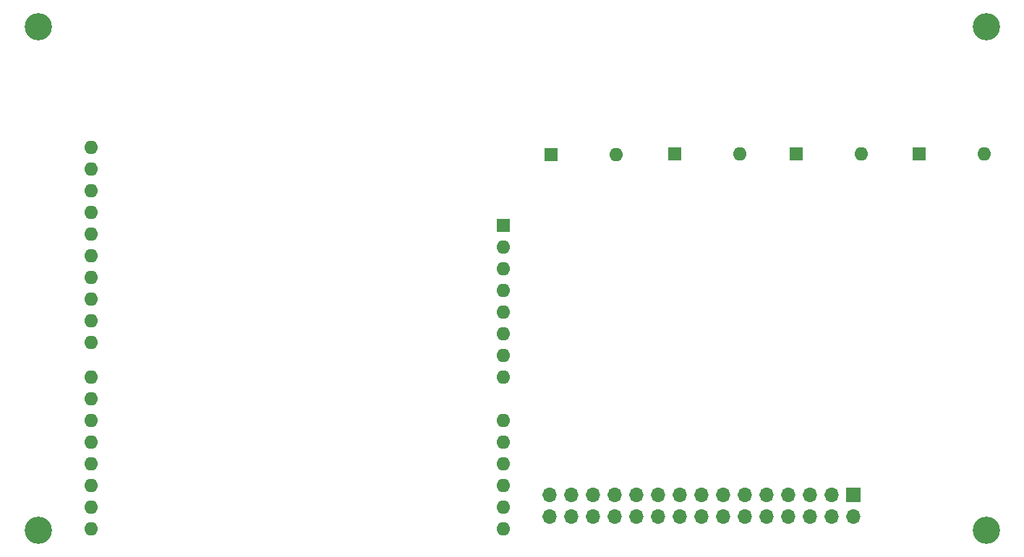
<source format=gbr>
%TF.GenerationSoftware,KiCad,Pcbnew,7.0.7*%
%TF.CreationDate,2024-01-02T14:59:55+01:00*%
%TF.ProjectId,arduino-uno-connector,61726475-696e-46f2-9d75-6e6f2d636f6e,rev?*%
%TF.SameCoordinates,Original*%
%TF.FileFunction,Soldermask,Top*%
%TF.FilePolarity,Negative*%
%FSLAX46Y46*%
G04 Gerber Fmt 4.6, Leading zero omitted, Abs format (unit mm)*
G04 Created by KiCad (PCBNEW 7.0.7) date 2024-01-02 14:59:55*
%MOMM*%
%LPD*%
G01*
G04 APERTURE LIST*
%ADD10C,3.200000*%
%ADD11R,1.600000X1.600000*%
%ADD12O,1.600000X1.600000*%
%ADD13R,1.700000X1.700000*%
%ADD14O,1.700000X1.700000*%
G04 APERTURE END LIST*
D10*
%TO.C,H3*%
X148000000Y-61000000D03*
%TD*%
D11*
%TO.C,SW4*%
X140165500Y-75888000D03*
D12*
X147785500Y-75888000D03*
%TD*%
D10*
%TO.C,H4*%
X148000000Y-120000000D03*
%TD*%
%TO.C,H2*%
X37000000Y-120000000D03*
%TD*%
D11*
%TO.C,SW1*%
X97070500Y-76004000D03*
D12*
X104690500Y-76004000D03*
%TD*%
D11*
%TO.C,SW2*%
X111506000Y-75946000D03*
D12*
X119126000Y-75946000D03*
%TD*%
D13*
%TO.C,J1*%
X132410000Y-115900000D03*
D14*
X132410000Y-118440000D03*
X129870000Y-115900000D03*
X129870000Y-118440000D03*
X127330000Y-115900000D03*
X127330000Y-118440000D03*
X124790000Y-115900000D03*
X124790000Y-118440000D03*
X122250000Y-115900000D03*
X122250000Y-118440000D03*
X119710000Y-115900000D03*
X119710000Y-118440000D03*
X117170000Y-115900000D03*
X117170000Y-118440000D03*
X114630000Y-115900000D03*
X114630000Y-118440000D03*
X112090000Y-115900000D03*
X112090000Y-118440000D03*
X109550000Y-115900000D03*
X109550000Y-118440000D03*
X107010000Y-115900000D03*
X107010000Y-118440000D03*
X104470000Y-115900000D03*
X104470000Y-118440000D03*
X101930000Y-115900000D03*
X101930000Y-118440000D03*
X99390000Y-115900000D03*
X99390000Y-118440000D03*
X96850000Y-115900000D03*
X96850000Y-118440000D03*
%TD*%
D11*
%TO.C,SW3*%
X125730000Y-75946000D03*
D12*
X133350000Y-75946000D03*
%TD*%
D10*
%TO.C,H1*%
X37000000Y-61000000D03*
%TD*%
D11*
%TO.C,A1*%
X91440000Y-84328000D03*
D12*
X91440000Y-86868000D03*
X91440000Y-89408000D03*
X91440000Y-91948000D03*
X91440000Y-94488000D03*
X91440000Y-97028000D03*
X91440000Y-99568000D03*
X91440000Y-102108000D03*
X91440000Y-107188000D03*
X91440000Y-109728000D03*
X91440000Y-112268000D03*
X91440000Y-114808000D03*
X91440000Y-117348000D03*
X91440000Y-119888000D03*
X43180000Y-119888000D03*
X43180000Y-117348000D03*
X43180000Y-114808000D03*
X43180000Y-112268000D03*
X43180000Y-109728000D03*
X43180000Y-107188000D03*
X43180000Y-104648000D03*
X43180000Y-102108000D03*
X43180000Y-98048000D03*
X43180000Y-95508000D03*
X43180000Y-92968000D03*
X43180000Y-90428000D03*
X43180000Y-87888000D03*
X43180000Y-85348000D03*
X43180000Y-82808000D03*
X43180000Y-80268000D03*
X43180000Y-77728000D03*
X43180000Y-75188000D03*
%TD*%
M02*

</source>
